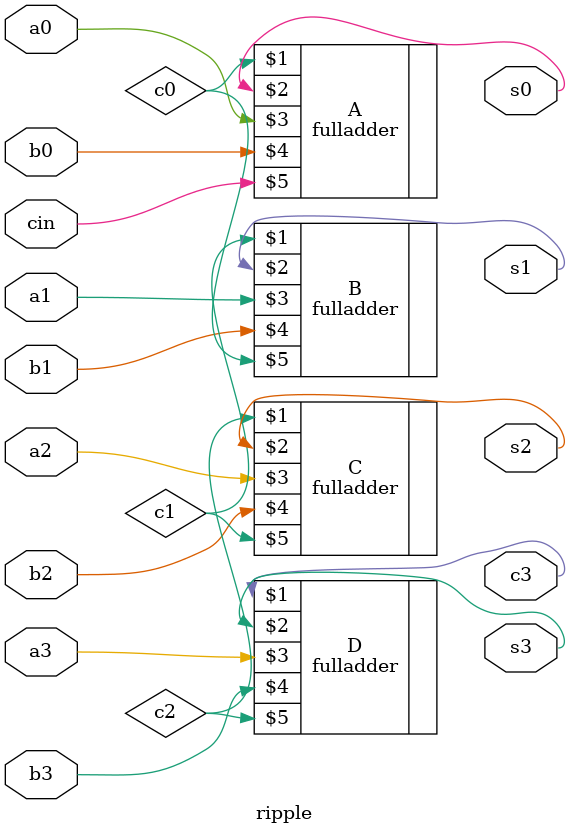
<source format=v>
module ripple(c3,s3,s2,s1,s0,a3,b3,a2,b2,a1,b1,a0,b0,cin);
input a3,b3,a2,b2,a1,b1,a0,b0,cin;
output c3,s3,s2,s1,s0;
wire c2,c1,c0;
fulladder A(c0,s0,a0,b0,cin);
fulladder B(c1,s1,a1,b1,c0);
fulladder C(c2,s2,a2,b2,c1);
fulladder D(c3,s3,a3,b3,c2);
endmodule
</source>
